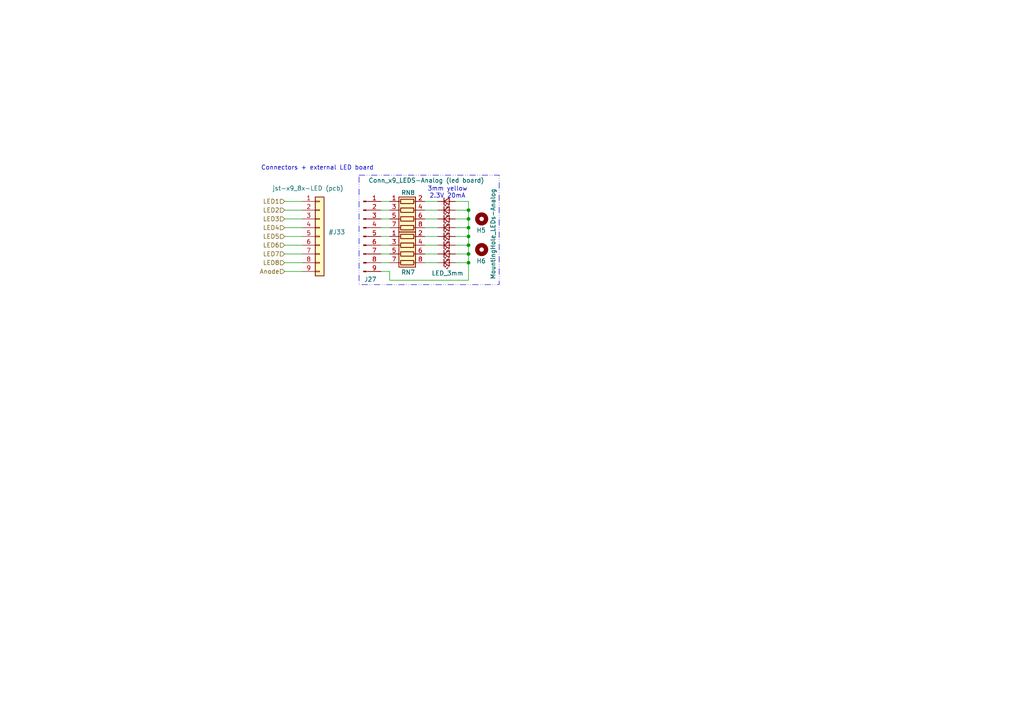
<source format=kicad_sch>
(kicad_sch (version 20231120) (generator "eeschema") (generator_version "8.0")
  (paper "A4")
  (lib_symbols
    (symbol "Connector:Conn_01x09_Pin" (pin_names (offset 1.016) hide)
      (property "Reference" "J" (at 0 12.7 0))
      (property "Value" "Conn_01x09_Pin" (at 0 -12.7 0))
      (symbol "Conn_01x09_Pin_1_1"
        (polyline (pts (xy 1.27 -10.16) (xy 0.8636 -10.16)) (stroke (width 0.1524)))
        (polyline (pts (xy 1.27 -7.62) (xy 0.8636 -7.62)) (stroke (width 0.1524)))
        (polyline (pts (xy 1.27 -5.08) (xy 0.8636 -5.08)) (stroke (width 0.1524)))
        (polyline (pts (xy 1.27 -2.54) (xy 0.8636 -2.54)) (stroke (width 0.1524)))
        (polyline (pts (xy 1.27 0) (xy 0.8636 0)) (stroke (width 0.1524)))
        (polyline (pts (xy 1.27 2.54) (xy 0.8636 2.54)) (stroke (width 0.1524)))
        (polyline (pts (xy 1.27 5.08) (xy 0.8636 5.08)) (stroke (width 0.1524)))
        (polyline (pts (xy 1.27 7.62) (xy 0.8636 7.62)) (stroke (width 0.1524)))
        (polyline (pts (xy 1.27 10.16) (xy 0.8636 10.16)) (stroke (width 0.1524)))
        (rectangle (start 0.8636 -10.033) (end 0 -10.287) (stroke (width 0.1524)) (fill (type outline)))
        (rectangle (start 0.8636 -7.493) (end 0 -7.747) (stroke (width 0.1524)) (fill (type outline)))
        (rectangle (start 0.8636 -4.953) (end 0 -5.207) (stroke (width 0.1524)) (fill (type outline)))
        (rectangle (start 0.8636 -2.413) (end 0 -2.667) (stroke (width 0.1524)) (fill (type outline)))
        (rectangle (start 0.8636 0.127) (end 0 -0.127) (stroke (width 0.1524)) (fill (type outline)))
        (rectangle (start 0.8636 2.667) (end 0 2.413) (stroke (width 0.1524)) (fill (type outline)))
        (rectangle (start 0.8636 5.207) (end 0 4.953) (stroke (width 0.1524)) (fill (type outline)))
        (rectangle (start 0.8636 7.747) (end 0 7.493) (stroke (width 0.1524)) (fill (type outline)))
        (rectangle (start 0.8636 10.287) (end 0 10.033) (stroke (width 0.1524)) (fill (type outline)))
        (pin passive line (at 5.08 10.16 180) (length 3.81) (name "Pin_1") (number "1"))
        (pin passive line (at 5.08 7.62 180) (length 3.81) (name "Pin_2") (number "2"))
        (pin passive line (at 5.08 5.08 180) (length 3.81) (name "Pin_3") (number "3"))
        (pin passive line (at 5.08 2.54 180) (length 3.81) (name "Pin_4") (number "4"))
        (pin passive line (at 5.08 0 180) (length 3.81) (name "Pin_5") (number "5"))
        (pin passive line (at 5.08 -2.54 180) (length 3.81) (name "Pin_6") (number "6"))
        (pin passive line (at 5.08 -5.08 180) (length 3.81) (name "Pin_7") (number "7"))
        (pin passive line (at 5.08 -7.62 180) (length 3.81) (name "Pin_8") (number "8"))
        (pin passive line (at 5.08 -10.16 180) (length 3.81) (name "Pin_9") (number "9"))
      )
    )
    (symbol "Connector_Generic:Conn_01x09" (pin_names (offset 1.016) hide)
      (property "Reference" "J" (at 0 12.7 0))
      (property "Value" "Conn_01x09" (at 0 -12.7 0))
      (symbol "Conn_01x09_1_1"
        (rectangle (start -1.27 -10.033) (end 0 -10.287) (stroke (width 0.1524)))
        (rectangle (start -1.27 -7.493) (end 0 -7.747) (stroke (width 0.1524)))
        (rectangle (start -1.27 -4.953) (end 0 -5.207) (stroke (width 0.1524)))
        (rectangle (start -1.27 -2.413) (end 0 -2.667) (stroke (width 0.1524)))
        (rectangle (start -1.27 0.127) (end 0 -0.127) (stroke (width 0.1524)))
        (rectangle (start -1.27 2.667) (end 0 2.413) (stroke (width 0.1524)))
        (rectangle (start -1.27 5.207) (end 0 4.953) (stroke (width 0.1524)))
        (rectangle (start -1.27 7.747) (end 0 7.493) (stroke (width 0.1524)))
        (rectangle (start -1.27 10.287) (end 0 10.033) (stroke (width 0.1524)))
        (rectangle (start -1.27 11.43) (end 1.27 -11.43) (stroke (width 0.254)) (fill (type background)))
        (pin passive line (at -5.08 10.16 0) (length 3.81) (name "Pin_1") (number "1"))
        (pin passive line (at -5.08 7.62 0) (length 3.81) (name "Pin_2") (number "2"))
        (pin passive line (at -5.08 5.08 0) (length 3.81) (name "Pin_3") (number "3"))
        (pin passive line (at -5.08 2.54 0) (length 3.81) (name "Pin_4") (number "4"))
        (pin passive line (at -5.08 0 0) (length 3.81) (name "Pin_5") (number "5"))
        (pin passive line (at -5.08 -2.54 0) (length 3.81) (name "Pin_6") (number "6"))
        (pin passive line (at -5.08 -5.08 0) (length 3.81) (name "Pin_7") (number "7"))
        (pin passive line (at -5.08 -7.62 0) (length 3.81) (name "Pin_8") (number "8"))
        (pin passive line (at -5.08 -10.16 0) (length 3.81) (name "Pin_9") (number "9"))
      )
    )
    (symbol "Device:LED_Small" (pin_numbers hide) (pin_names (offset 0.254) hide)
      (property "Reference" "D" (at -1.27 3.175 0))
      (property "Value" "LED_Small" (at -4.445 -2.54 0))
      (symbol "LED_Small_0_1"
        (polyline (pts (xy -0.762 -1.016) (xy -0.762 1.016)) (stroke (width 0.254)))
        (polyline (pts (xy 1.016 0) (xy -0.762 0)))
        (polyline (pts (xy 0.762 -1.016) (xy -0.762 0) (xy 0.762 1.016) (xy 0.762 -1.016)) (stroke (width 0.254)))
        (polyline (pts (xy 0 0.762) (xy -0.508 1.27) (xy -0.254 1.27) (xy -0.508 1.27) (xy -0.508 1.016)))
        (polyline (pts (xy 0.508 1.27) (xy 0 1.778) (xy 0.254 1.778) (xy 0 1.778) (xy 0 1.524)))
      )
      (symbol "LED_Small_1_1"
        (pin passive line (at -2.54 0 0) (length 1.778) (name "K") (number "1"))
        (pin passive line (at 2.54 0 180) (length 1.778) (name "A") (number "2"))
      )
    )
    (symbol "Mechanical:MountingHole" (pin_names (offset 1.016)) (exclude_from_sim yes) (in_bom no)
      (property "Reference" "H" (at 0 5.08 0))
      (property "Value" "MountingHole" (at 0 3.175 0))
      (symbol "MountingHole_0_1"
        (circle (center 0 0) (radius 1.27) (stroke (width 1.27)))
      )
    )
    (symbol "custom-symbols:R_Pack04-Parallel-SIL" (pin_names (offset 0) hide)
      (property "Reference" "RN" (at -7.62 0 90))
      (property "Value" "R_Pack04-Parallel-SIL" (at 5.08 0 90))
      (symbol "R_Pack04-Parallel-SIL_0_1"
        (rectangle (start -6.35 -2.413) (end 3.81 2.413) (stroke (width 0.254)) (fill (type background)))
        (rectangle (start -5.715 1.905) (end -4.445 -1.905) (stroke (width 0.254)))
        (rectangle (start -3.175 1.905) (end -1.905 -1.905) (stroke (width 0.254)))
        (rectangle (start -0.635 1.905) (end 0.635 -1.905) (stroke (width 0.254)))
        (polyline (pts (xy -5.08 -2.54) (xy -5.08 -1.905)))
        (polyline (pts (xy -5.08 1.905) (xy -5.08 2.54)))
        (polyline (pts (xy -2.54 -2.54) (xy -2.54 -1.905)))
        (polyline (pts (xy -2.54 1.905) (xy -2.54 2.54)))
        (polyline (pts (xy 0 -2.54) (xy 0 -1.905)))
        (polyline (pts (xy 0 1.905) (xy 0 2.54)))
        (polyline (pts (xy 2.54 -2.54) (xy 2.54 -1.905)))
        (polyline (pts (xy 2.54 1.905) (xy 2.54 2.54)))
        (rectangle (start 1.905 1.905) (end 3.175 -1.905) (stroke (width 0.254)))
      )
      (symbol "R_Pack04-Parallel-SIL_1_1"
        (pin passive line (at -5.08 -5.08 90) (length 2.54) (name "R1.1") (number "1"))
        (pin passive line (at -5.08 5.08 270) (length 2.54) (name "R1.2") (number "2"))
        (pin passive line (at -2.54 -5.08 90) (length 2.54) (name "R2.1") (number "3"))
        (pin passive line (at -2.54 5.08 270) (length 2.54) (name "R2.2") (number "4"))
        (pin passive line (at 0 -5.08 90) (length 2.54) (name "R3.1") (number "5"))
        (pin passive line (at 0 5.08 270) (length 2.54) (name "R3.2") (number "6"))
        (pin passive line (at 2.54 -5.08 90) (length 2.54) (name "R4.1") (number "7"))
        (pin passive line (at 2.54 5.08 270) (length 2.54) (name "R4.2") (number "8"))
      )
    )
  )
  (junction (at 135.89 60.96))
  (junction (at 135.89 63.5))
  (junction (at 135.89 71.12))
  (junction (at 135.89 66.04))
  (junction (at 135.89 73.66))
  (junction (at 135.89 76.2))
  (junction (at 135.89 68.58))
  (wire (pts (xy 135.89 58.42) (xy 132.08 58.42)))
  (wire (pts (xy 110.49 68.58) (xy 113.03 68.58)))
  (wire (pts (xy 123.19 66.04) (xy 127 66.04)))
  (wire (pts (xy 82.55 68.58) (xy 87.63 68.58)))
  (wire (pts (xy 135.89 76.2) (xy 135.89 73.66)))
  (wire (pts (xy 82.55 78.74) (xy 87.63 78.74)))
  (wire (pts (xy 113.03 81.28) (xy 113.03 78.74)))
  (wire (pts (xy 135.89 76.2) (xy 135.89 81.28)))
  (wire (pts (xy 82.55 71.12) (xy 87.63 71.12)))
  (wire (pts (xy 135.89 81.28) (xy 113.03 81.28)))
  (wire (pts (xy 82.55 63.5) (xy 87.63 63.5)))
  (wire (pts (xy 135.89 66.04) (xy 135.89 63.5)))
  (wire (pts (xy 135.89 63.5) (xy 135.89 60.96)))
  (wire (pts (xy 123.19 63.5) (xy 127 63.5)))
  (wire (pts (xy 110.49 60.96) (xy 113.03 60.96)))
  (wire (pts (xy 113.03 78.74) (xy 110.49 78.74)))
  (wire (pts (xy 132.08 63.5) (xy 135.89 63.5)))
  (wire (pts (xy 135.89 73.66) (xy 135.89 71.12)))
  (wire (pts (xy 110.49 58.42) (xy 113.03 58.42)))
  (wire (pts (xy 132.08 66.04) (xy 135.89 66.04)))
  (wire (pts (xy 123.19 68.58) (xy 127 68.58)))
  (wire (pts (xy 110.49 66.04) (xy 113.03 66.04)))
  (wire (pts (xy 82.55 66.04) (xy 87.63 66.04)))
  (wire (pts (xy 135.89 60.96) (xy 135.89 58.42)))
  (wire (pts (xy 110.49 73.66) (xy 113.03 73.66)))
  (wire (pts (xy 110.49 63.5) (xy 113.03 63.5)))
  (wire (pts (xy 132.08 76.2) (xy 135.89 76.2)))
  (wire (pts (xy 123.19 58.42) (xy 127 58.42)))
  (wire (pts (xy 135.89 71.12) (xy 135.89 68.58)))
  (wire (pts (xy 82.55 76.2) (xy 87.63 76.2)))
  (wire (pts (xy 110.49 71.12) (xy 113.03 71.12)))
  (wire (pts (xy 123.19 73.66) (xy 127 73.66)))
  (wire (pts (xy 132.08 71.12) (xy 135.89 71.12)))
  (wire (pts (xy 82.55 73.66) (xy 87.63 73.66)))
  (wire (pts (xy 123.19 71.12) (xy 127 71.12)))
  (wire (pts (xy 123.19 60.96) (xy 127 60.96)))
  (wire (pts (xy 132.08 60.96) (xy 135.89 60.96)))
  (wire (pts (xy 123.19 76.2) (xy 127 76.2)))
  (wire (pts (xy 132.08 68.58) (xy 135.89 68.58)))
  (wire (pts (xy 135.89 68.58) (xy 135.89 66.04)))
  (wire (pts (xy 82.55 58.42) (xy 87.63 58.42)))
  (wire (pts (xy 132.08 73.66) (xy 135.89 73.66)))
  (wire (pts (xy 82.55 60.96) (xy 87.63 60.96)))
  (wire (pts (xy 110.49 76.2) (xy 113.03 76.2)))
  (rectangle (start 104.14 50.8) (end 144.78 82.55) (stroke (width 0) (type dash_dot_dot)))
  (text "3mm yellow\n2.3V 20mA" (at 129.794 55.88 0) (effects (font (size 1.27 1.27))))
  (text "Connectors + external LED board" (at 75.692 48.768 0) (effects (font (size 1.27 1.27)) (justify left)))
  (hierarchical_label "LED5" (shape input) (at 82.55 68.58 180))
  (hierarchical_label "LED2" (shape input) (at 82.55 60.96 180))
  (hierarchical_label "LED3" (shape input) (at 82.55 63.5 180))
  (hierarchical_label "Anode" (shape input) (at 82.55 78.74 180))
  (hierarchical_label "LED4" (shape input) (at 82.55 66.04 180))
  (hierarchical_label "LED8" (shape input) (at 82.55 76.2 180))
  (hierarchical_label "LED6" (shape input) (at 82.55 71.12 180))
  (hierarchical_label "LED7" (shape input) (at 82.55 73.66 180))
  (hierarchical_label "LED1" (shape input) (at 82.55 58.42 180))
  (symbol (lib_id "Device:LED_Small") (at 129.54 68.58 0) (mirror x) (unit 1)
    (property "Reference" "D86" (effects (hide yes)))
    (property "Value" "LED_3mm" (effects (hide yes)))
    (property "Footprint" "LED_THT:LED_D3.0mm_IRGrey" (effects (hide yes)))
    (property "Datasheet" "https://www.conrad.de/de/p/vishay-tlho4400-led-bedrahtet-orange-rund-3-mm-13-mcd-60-30-ma-2-4-v-1125283.html" (effects (hide yes)))
    (property "Description" "Light emitting diode, small symbol" (effects (hide yes)))
    (instances (project "pi-interface-board_v1.0" (path "" (reference "D86") (unit 1)) (path "" (reference "D41") (unit 1))))
  )
  (symbol (lib_id "custom-symbols:R_Pack04-Parallel-SIL") (at 118.11 73.66 270) (unit 1)
    (property "Reference" "RN8" (at 118.364 55.88 90))
    (property "Value" "R_Pack04_47R" (effects (hide yes)))
    (property "Footprint" "Resistor_THT:R_Array_SIP8" (effects (hide yes)))
    (property "Datasheet" "https://www.reichelt.com/be/en/shop/product/resistor_network_4_x_47_ohm_2_sil-8-17936" (effects (hide yes)))
    (property "Description" "4 resistor network, parallel topology" (effects (hide yes)))
    (instances (project "pi-interface-board_v1.0" (path "" (reference "RN8") (unit 1)) (path "" (reference "RN4") (unit 1))))
  )
  (symbol (lib_id "Device:LED_Small") (at 129.54 76.2 0) (mirror x) (unit 1)
    (property "Reference" "D89" (effects (hide yes)))
    (property "Value" "LED_3mm" (at 129.794 79.248 0))
    (property "Footprint" "LED_THT:LED_D3.0mm_IRGrey" (effects (hide yes)))
    (property "Datasheet" "https://www.conrad.de/de/p/vishay-tlho4400-led-bedrahtet-orange-rund-3-mm-13-mcd-60-30-ma-2-4-v-1125283.html" (effects (hide yes)))
    (property "Description" "Light emitting diode, small symbol" (effects (hide yes)))
    (instances (project "pi-interface-board_v1.0" (path "" (reference "D89") (unit 1)) (path "" (reference "D44") (unit 1))))
  )
  (symbol (lib_id "Mechanical:MountingHole") (at 139.7 63.5 0) (unit 1) (exclude_from_sim yes) (in_bom no)
    (property "Reference" "H5" (at 138.176 66.802 0) (effects (justify left)))
    (property "Value" "MountingHole_LEDs-Analog" (at 143.002 81.026 90) (effects (justify left)))
    (property "Footprint" "MountingHole:MountingHole_2mm" (effects (hide yes)))
    (property "Description" "Mounting Hole without connection" (effects (hide yes)))
    (instances (project "pi-interface-board_v1.0" (path "" (reference "H5") (unit 1)) (path "" (reference "H1") (unit 1))))
  )
  (symbol (lib_id "Device:LED_Small") (at 129.54 58.42 0) (mirror x) (unit 1)
    (property "Reference" "D82" (effects (hide yes)))
    (property "Value" "LED_3mm" (effects (hide yes)))
    (property "Footprint" "LED_THT:LED_D3.0mm_IRGrey" (effects (hide yes)))
    (property "Datasheet" "https://www.conrad.de/de/p/vishay-tlho4400-led-bedrahtet-orange-rund-3-mm-13-mcd-60-30-ma-2-4-v-1125283.html" (effects (hide yes)))
    (property "Description" "Light emitting diode, small symbol" (effects (hide yes)))
    (instances (project "pi-interface-board_v1.0" (path "" (reference "D82") (unit 1)) (path "" (reference "D20") (unit 1))))
  )
  (symbol (lib_id "Device:LED_Small") (at 129.54 71.12 0) (mirror x) (unit 1)
    (property "Reference" "D87" (effects (hide yes)))
    (property "Value" "LED_3mm" (effects (hide yes)))
    (property "Footprint" "LED_THT:LED_D3.0mm_IRGrey" (effects (hide yes)))
    (property "Datasheet" "https://www.conrad.de/de/p/vishay-tlho4400-led-bedrahtet-orange-rund-3-mm-13-mcd-60-30-ma-2-4-v-1125283.html" (effects (hide yes)))
    (property "Description" "Light emitting diode, small symbol" (effects (hide yes)))
    (instances (project "pi-interface-board_v1.0" (path "" (reference "D87") (unit 1)) (path "" (reference "D42") (unit 1))))
  )
  (symbol (lib_id "Mechanical:MountingHole") (at 139.7 72.39 0) (unit 1) (exclude_from_sim yes) (in_bom no)
    (property "Reference" "H6" (at 138.176 75.692 0) (effects (justify left)))
    (property "Value" "MountingHole_LEDs-Analog" (effects (hide yes)))
    (property "Footprint" "MountingHole:MountingHole_2mm" (effects (hide yes)))
    (property "Description" "Mounting Hole without connection" (effects (hide yes)))
    (instances (project "pi-interface-board_v1.0" (path "" (reference "H6") (unit 1)) (path "" (reference "H2") (unit 1))))
  )
  (symbol (lib_id "Device:LED_Small") (at 129.54 73.66 0) (mirror x) (unit 1)
    (property "Reference" "D88" (effects (hide yes)))
    (property "Value" "LED_3mm" (effects (hide yes)))
    (property "Footprint" "LED_THT:LED_D3.0mm_IRGrey" (effects (hide yes)))
    (property "Datasheet" "https://www.conrad.de/de/p/vishay-tlho4400-led-bedrahtet-orange-rund-3-mm-13-mcd-60-30-ma-2-4-v-1125283.html" (effects (hide yes)))
    (property "Description" "Light emitting diode, small symbol" (effects (hide yes)))
    (instances (project "pi-interface-board_v1.0" (path "" (reference "D88") (unit 1)) (path "" (reference "D43") (unit 1))))
  )
  (symbol (lib_id "Device:LED_Small") (at 129.54 63.5 0) (mirror x) (unit 1)
    (property "Reference" "D84" (effects (hide yes)))
    (property "Value" "LED_3mm" (effects (hide yes)))
    (property "Footprint" "LED_THT:LED_D3.0mm_IRGrey" (effects (hide yes)))
    (property "Datasheet" "https://www.conrad.de/de/p/vishay-tlho4400-led-bedrahtet-orange-rund-3-mm-13-mcd-60-30-ma-2-4-v-1125283.html" (effects (hide yes)))
    (property "Description" "Light emitting diode, small symbol" (effects (hide yes)))
    (instances (project "pi-interface-board_v1.0" (path "" (reference "D84") (unit 1)) (path "" (reference "D37") (unit 1))))
  )
  (symbol (lib_id "custom-symbols:R_Pack04-Parallel-SIL") (at 118.11 63.5 270) (unit 1)
    (property "Reference" "RN7" (at 118.364 78.994 90))
    (property "Value" "R_Pack04_47R" (effects (hide yes)))
    (property "Footprint" "Resistor_THT:R_Array_SIP8" (effects (hide yes)))
    (property "Datasheet" "https://www.reichelt.com/be/en/shop/product/resistor_network_4_x_47_ohm_2_sil-8-17936" (effects (hide yes)))
    (property "Description" "4 resistor network, parallel topology" (effects (hide yes)))
    (instances (project "pi-interface-board_v1.0" (path "" (reference "RN7") (unit 1)) (path "" (reference "RN1") (unit 1))))
  )
  (symbol (lib_id "Device:LED_Small") (at 129.54 60.96 0) (mirror x) (unit 1)
    (property "Reference" "D83" (effects (hide yes)))
    (property "Value" "LED_3mm" (effects (hide yes)))
    (property "Footprint" "LED_THT:LED_D3.0mm_IRGrey" (effects (hide yes)))
    (property "Datasheet" "https://www.conrad.de/de/p/vishay-tlho4400-led-bedrahtet-orange-rund-3-mm-13-mcd-60-30-ma-2-4-v-1125283.html" (effects (hide yes)))
    (property "Description" "Light emitting diode, small symbol" (effects (hide yes)))
    (instances (project "pi-interface-board_v1.0" (path "" (reference "D83") (unit 1)) (path "" (reference "D30") (unit 1))))
  )
  (symbol (lib_id "Connector:Conn_01x09_Pin") (at 105.41 68.58 0) (unit 1)
    (property "Reference" "J27" (at 109.22 81.026 0) (effects (justify right)))
    (property "Value" "Conn_x9_LEDS-Analog (led board)" (at 140.462 52.324 0) (effects (justify right)))
    (property "Footprint" "Connector_PinHeader_2.54mm:PinHeader_1x09_P2.54mm_Vertical" (effects (hide yes)))
    (property "Description" "Generic connector, single row, 01x09, script generated" (effects (hide yes)))
    (instances (project "pi-interface-board_v1.0" (path "" (reference "J27") (unit 1)) (path "" (reference "J23") (unit 1))))
  )
  (symbol (lib_id "Connector_Generic:Conn_01x09") (at 92.71 68.58 0) (unit 1)
    (property "Reference" "#J33" (at 95.25 67.3099 0) (effects (justify left)))
    (property "Value" "jst-x9_8x-LED (pcb)" (at 78.994 54.61 0) (effects (justify left)))
    (property "Footprint" "Connector_JST:JST_XH_B9B-XH-A_1x09_P2.50mm_Vertical" (effects (hide yes)))
    (property "Datasheet" "https://www.ebay.de/itm/183466543983" (effects (hide yes)))
    (property "Description" "Generic connector, single row, 01x09, script generated (kicad-library-utils/schlib/autogen/connector/)" (effects (hide yes)))
    (instances (project "" (path "" (reference "#J33") (unit 1)) (path "" (reference "#J32") (unit 1))))
  )
  (symbol (lib_id "Device:LED_Small") (at 129.54 66.04 0) (mirror x) (unit 1)
    (property "Reference" "D85" (effects (hide yes)))
    (property "Value" "LED_3mm" (effects (hide yes)))
    (property "Footprint" "LED_THT:LED_D3.0mm_IRGrey" (effects (hide yes)))
    (property "Datasheet" "https://www.conrad.de/de/p/vishay-tlho4400-led-bedrahtet-orange-rund-3-mm-13-mcd-60-30-ma-2-4-v-1125283.html" (effects (hide yes)))
    (property "Description" "Light emitting diode, small symbol" (effects (hide yes)))
    (instances (project "pi-interface-board_v1.0" (path "" (reference "D85") (unit 1)) (path "" (reference "D40") (unit 1))))
  )
)
</source>
